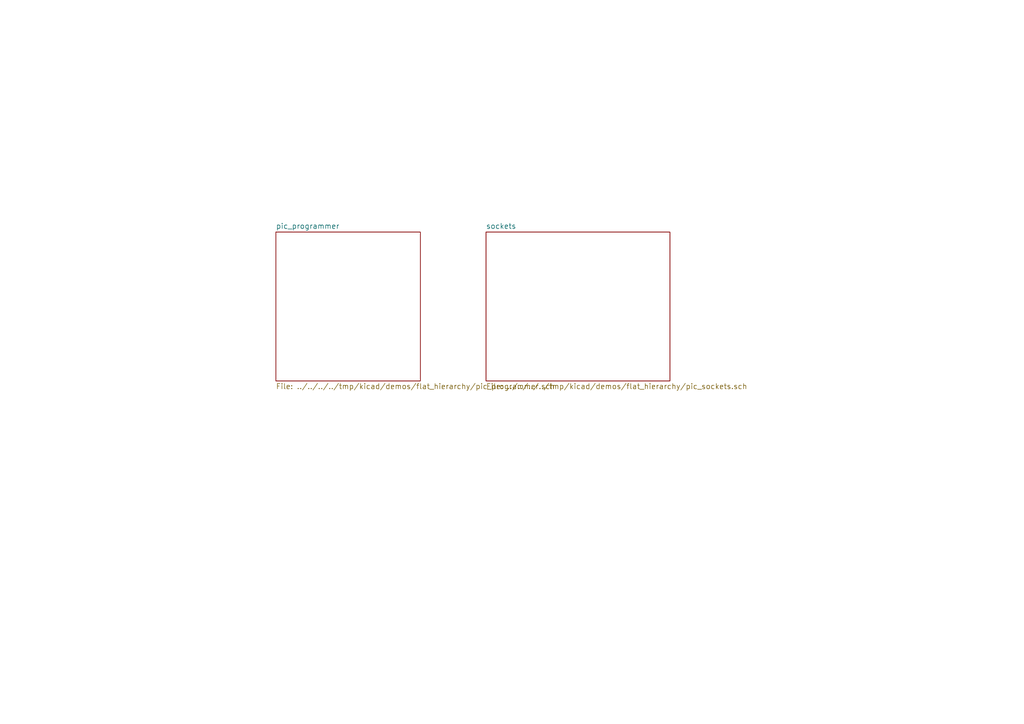
<source format=kicad_sch>
(kicad_sch (version 20230121) (generator eeschema)
  (paper "A4")
  (title_block (date "15 jun 2008") (rev "1"))
  (lib_symbols)
  (sheet (at 80.01 67.31) (size 41.91 43.18)
    (property "Sheetname" "pic_programmer" (at 80.01 66.4714 0) (effects (font (size 1.524 1.524)) (justify left bottom)))
    (property "Sheetfile" "../../../../tmp/kicad/demos/flat_hierarchy/pic_programmer.sch" (at 80.01 111.1762 0) (effects (font (size 1.524 1.524)) (justify left top)))
  )
  (sheet (at 140.97 67.31) (size 53.34 43.18)
    (property "Sheetname" "sockets" (at 140.97 66.4714 0) (effects (font (size 1.524 1.524)) (justify left bottom)))
    (property "Sheetfile" "../../../../tmp/kicad/demos/flat_hierarchy/pic_sockets.sch" (at 140.97 111.1762 0) (effects (font (size 1.524 1.524)) (justify left top)))
  )
)
</source>
